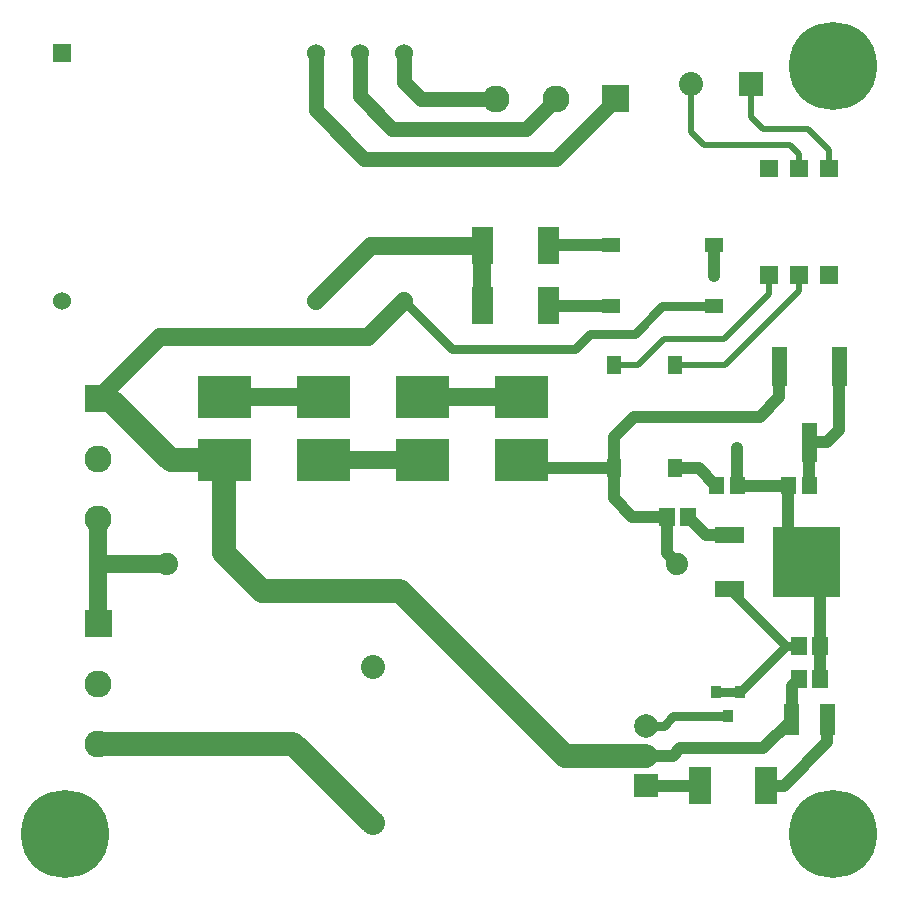
<source format=gbr>
G04 start of page 2 for group 0 idx 0 *
G04 Title: (unknown), top *
G04 Creator: pcb 20110918 *
G04 CreationDate: Tue 27 May 2014 02:17:58 AM GMT UTC *
G04 For: railfan *
G04 Format: Gerber/RS-274X *
G04 PCB-Dimensions: 290000 290000 *
G04 PCB-Coordinate-Origin: lower left *
%MOIN*%
%FSLAX25Y25*%
%LNTOP*%
%ADD36C,0.0480*%
%ADD35C,0.0420*%
%ADD34C,0.0550*%
%ADD33C,0.0450*%
%ADD32C,0.1285*%
%ADD31C,0.0360*%
%ADD30R,0.0400X0.0400*%
%ADD29R,0.2264X0.2264*%
%ADD28R,0.0340X0.0340*%
%ADD27R,0.0551X0.0551*%
%ADD26R,0.0512X0.0512*%
%ADD25R,0.0469X0.0469*%
%ADD24R,0.0709X0.0709*%
%ADD23R,0.0470X0.0470*%
%ADD22R,0.1400X0.1400*%
%ADD21C,0.0740*%
%ADD20C,0.0900*%
%ADD19C,0.0001*%
%ADD18C,0.0787*%
%ADD17C,0.2937*%
%ADD16C,0.0200*%
%ADD15C,0.0500*%
%ADD14C,0.0300*%
%ADD13C,0.0400*%
%ADD12C,0.0800*%
%ADD11C,0.0600*%
G54D11*X28000Y122000D02*Y87000D01*
X48500Y182500D02*X28000Y162000D01*
X51000Y107000D02*X28000D01*
G54D12*Y162000D02*X31500D01*
X52100Y141400D01*
X82500Y98000D02*X70000Y110500D01*
Y141400D01*
X28000Y47000D02*X93000D01*
G54D13*X199750Y138800D02*X169000D01*
X199750D02*Y149250D01*
X206500Y156000D01*
X248500D02*X255000Y162500D01*
Y172598D01*
X265000Y147402D02*X270902D01*
X275000Y151500D01*
Y172598D01*
X199750Y138800D02*Y128750D01*
X206000Y122500D01*
X217457D01*
Y110543D01*
X221000Y107000D01*
X238311Y116496D02*X230547D01*
X224543Y122500D01*
X257957Y133000D02*Y107500D01*
X220250Y138800D02*X228157D01*
X233957Y133000D01*
X265000Y147402D02*Y133000D01*
X241000Y145500D02*Y133000D01*
X257957D01*
G54D12*X210500Y43000D02*X183500D01*
G54D13*X210500Y33000D02*X228476D01*
X249595Y45500D02*X222000D01*
X219500Y43000D01*
X210500D01*
G54D14*Y53000D02*X216500D01*
X219521Y56021D01*
X237846D01*
G54D11*X103000Y141400D02*X136000D01*
Y162600D02*X169000D01*
X129875Y194630D02*X117746Y182500D01*
G54D14*X129873Y194627D02*X146000Y178500D01*
G54D12*X93000Y47000D02*X119500Y20500D01*
G54D11*X70000Y162600D02*X103000D01*
X117746Y182500D02*X48500D01*
G54D12*X52100Y141400D02*X70000D01*
X183500Y43000D02*X128500Y98000D01*
X82500D01*
G54D13*X249595Y45500D02*X259095Y55000D01*
X270905D02*Y47405D01*
X256500Y33000D01*
X250524D01*
X261457Y68500D02*X259095Y66138D01*
Y55000D01*
X268543Y68500D02*Y79500D01*
Y107500D01*
G54D14*X233946Y64221D02*X241746D01*
X257025Y79500D01*
X238311Y98504D02*X257316Y79500D01*
X257025D02*X261457D01*
G54D11*X100348Y194630D02*X118719Y213000D01*
X155976D01*
Y193000D01*
G54D15*X135500Y262000D02*X160500D01*
X126000Y252000D02*X170500D01*
X129875Y277307D02*Y267625D01*
X135500Y262000D01*
X115111Y277307D02*Y262889D01*
X126000Y252000D01*
X100348Y277307D02*Y258152D01*
X116500Y242000D01*
X180500D02*X116500D01*
X170500Y252000D02*X180500Y262000D01*
X200500D02*X180500Y242000D01*
G54D13*X198800Y213250D02*X178024D01*
X198800Y192750D02*X178024D01*
G54D14*X146000Y178500D02*X187000D01*
X192000Y183500D01*
X206750D02*X192000D01*
G54D16*X261500Y203283D02*Y198000D01*
X220250Y173201D02*X236700D01*
X261500Y198000D02*X236700Y173201D01*
X251500Y203283D02*Y197000D01*
X236500Y182000D01*
X216500D01*
G54D14*X233200Y192750D02*X216000D01*
G54D13*X233200Y213250D02*Y203000D01*
G54D14*X216000Y192750D02*X206750Y183500D01*
G54D16*X207700Y173201D02*X216500Y182000D01*
X199750Y173201D02*X207700D01*
G54D13*X206500Y156000D02*X248500D01*
G54D16*X271500Y238717D02*Y245000D01*
X261500Y238717D02*Y243500D01*
X258500Y246500D02*X230000D01*
X225500Y251000D01*
X271500Y245000D02*X264500Y252000D01*
X249500D01*
X245500Y256000D01*
Y267000D01*
X261500Y243500D02*X258500Y246500D01*
X225500Y251000D02*Y267000D01*
G54D17*X273000Y17000D03*
G54D18*X210500Y53000D03*
Y43000D03*
G54D19*G36*
X206563Y36937D02*Y29063D01*
X214437D01*
Y36937D01*
X206563D01*
G37*
G54D17*X17000Y17000D03*
G54D19*G36*
X23500Y91500D02*Y82500D01*
X32500D01*
Y91500D01*
X23500D01*
G37*
G54D20*X28000Y67000D03*
Y47000D03*
G54D19*G36*
X23500Y166500D02*Y157500D01*
X32500D01*
Y166500D01*
X23500D01*
G37*
G54D20*X28000Y142000D03*
Y122000D03*
G54D21*X51000Y107000D03*
G54D11*X15702Y194630D03*
G54D21*X221000Y107000D03*
G54D17*X273000Y273000D03*
G54D19*G36*
X241500Y271000D02*Y263000D01*
X249500D01*
Y271000D01*
X241500D01*
G37*
G54D12*X225500Y267000D03*
G54D19*G36*
X196000Y266500D02*Y257500D01*
X205000D01*
Y266500D01*
X196000D01*
G37*
G54D20*X180500Y262000D03*
G54D19*G36*
X12702Y280307D02*Y274307D01*
X18702D01*
Y280307D01*
X12702D01*
G37*
G54D11*X100348Y277307D03*
X115111D03*
X129875D03*
G54D20*X160500Y262000D03*
G54D12*X119500Y72500D03*
Y20500D03*
G54D11*X129875Y194630D03*
X100348D03*
G54D19*G36*
X268547Y241670D02*Y235764D01*
X274453D01*
Y241670D01*
X268547D01*
G37*
G36*
X258547D02*Y235764D01*
X264453D01*
Y241670D01*
X258547D01*
G37*
G36*
X248547D02*Y235764D01*
X254453D01*
Y241670D01*
X248547D01*
G37*
G36*
Y206236D02*Y200330D01*
X254453D01*
Y206236D01*
X248547D01*
G37*
G36*
X258547D02*Y200330D01*
X264453D01*
Y206236D01*
X258547D01*
G37*
G36*
X268547D02*Y200330D01*
X274453D01*
Y206236D01*
X268547D01*
G37*
G54D22*X134100Y162600D02*X137900D01*
X167100D02*X170900D01*
G54D23*X220250Y173850D02*Y172551D01*
X199750Y173850D02*Y172551D01*
G54D24*X155976Y215756D02*Y210244D01*
Y195756D02*Y190244D01*
X178024Y215756D02*Y210244D01*
Y195756D02*Y190244D01*
G54D23*X198150Y213250D02*X199449D01*
X198150Y192750D02*X199449D01*
X232551D02*X233850D01*
X232551Y213250D02*X233850D01*
G54D25*X275000Y176752D02*Y168445D01*
X255000Y176752D02*Y168445D01*
G54D22*X68100Y141400D02*X71900D01*
X68100Y162600D02*X71900D01*
X134100Y141400D02*X137900D01*
X101100D02*X104900D01*
X101100Y162600D02*X104900D01*
X167100Y141400D02*X170900D01*
G54D23*X199750Y139449D02*Y138150D01*
G54D26*X217457Y122893D02*Y122107D01*
X224543Y122893D02*Y122107D01*
X233957Y133393D02*Y132607D01*
X241043Y133393D02*Y132607D01*
G54D23*X220250Y139449D02*Y138150D01*
G54D27*X236343Y116496D02*X240280D01*
G54D28*X241746Y64521D02*Y63921D01*
X233946Y64521D02*Y63921D01*
G54D27*X236343Y98504D02*X240280D01*
G54D28*X237846Y56321D02*Y55721D01*
G54D24*X250524Y35756D02*Y30244D01*
X228476Y35756D02*Y30244D01*
G54D29*X264000Y107795D02*Y107205D01*
G54D30*X254847Y116949D02*Y114587D01*
X264001Y116949D02*Y114587D01*
Y108681D02*Y106319D01*
X254847Y108681D02*Y106319D01*
Y100413D02*Y98051D01*
X264001Y100413D02*Y98051D01*
G54D26*X257957Y133393D02*Y132607D01*
G54D30*X273154Y116949D02*Y114587D01*
Y108681D02*Y106319D01*
Y100413D02*Y98051D01*
G54D25*X265000Y151555D02*Y143248D01*
G54D26*X265043Y133393D02*Y132607D01*
X268543Y79893D02*Y79107D01*
X270905Y57755D02*Y52245D01*
X261457Y79893D02*Y79107D01*
X259095Y57755D02*Y52245D01*
X261457Y68893D02*Y68107D01*
X268543Y68893D02*Y68107D01*
G54D31*X233200Y203000D03*
X241000Y145500D03*
Y141000D03*
X233200Y207500D03*
G54D16*G54D32*G54D33*G54D32*G54D34*G54D35*G54D14*G54D35*G54D32*G54D36*G54D34*G54D14*G54D34*G54D36*G54D14*M02*

</source>
